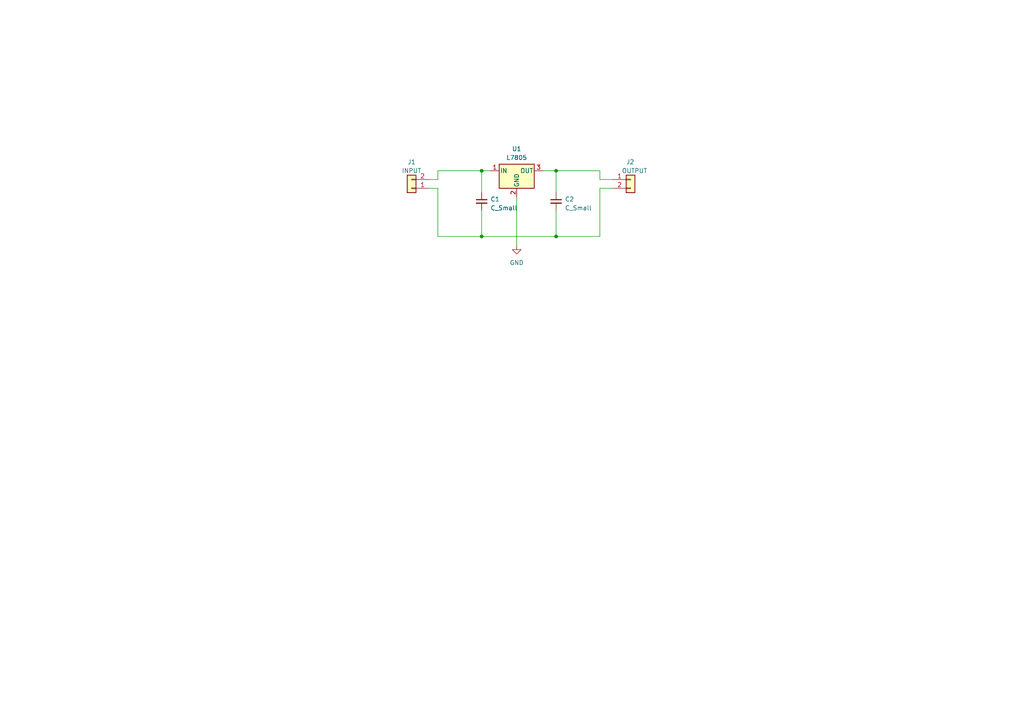
<source format=kicad_sch>
(kicad_sch (version 20230121) (generator eeschema)
  (paper "A4")
  (lib_symbols
    (symbol "Connector_Generic:Conn_01x02" (pin_names (offset 1.016) hide)
      (property "Reference" "J" (at 0 2.54 0))
      (property "Value" "Conn_01x02" (at 0 -5.08 0))
      (symbol "Conn_01x02_1_1"
        (rectangle (start -1.27 -2.413) (end 0 -2.667) (stroke (width 0.1524)))
        (rectangle (start -1.27 0.127) (end 0 -0.127) (stroke (width 0.1524)))
        (rectangle (start -1.27 1.27) (end 1.27 -3.81) (stroke (width 0.254)) (fill (type background)))
        (pin passive line (at -5.08 0 0) (length 3.81) (name "Pin_1") (number "1"))
        (pin passive line (at -5.08 -2.54 0) (length 3.81) (name "Pin_2") (number "2"))
      )
    )
    (symbol "Device:C_Small" (pin_numbers hide) (pin_names (offset 0.254) hide)
      (property "Reference" "C" (at 0.254 1.778 0))
      (property "Value" "C_Small" (at 0.254 -2.032 0))
      (symbol "C_Small_0_1"
        (polyline (pts (xy -1.524 -0.508) (xy 1.524 -0.508)) (stroke (width 0.3302)))
        (polyline (pts (xy -1.524 0.508) (xy 1.524 0.508)) (stroke (width 0.3048)))
      )
      (symbol "C_Small_1_1"
        (pin passive line (at 0 2.54 270) (length 2.032) (name "~") (number "1"))
        (pin passive line (at 0 -2.54 90) (length 2.032) (name "~") (number "2"))
      )
    )
    (symbol "Regulator_Linear:L7805" (pin_names (offset 0.254))
      (property "Reference" "U" (at -3.81 3.175 0))
      (property "Value" "L7805" (at 0 3.175 0))
      (symbol "L7805_0_1"
        (rectangle (start -5.08 1.905) (end 5.08 -5.08) (stroke (width 0.254)) (fill (type background)))
      )
      (symbol "L7805_1_1"
        (pin power_in line (at -7.62 0 0) (length 2.54) (name "IN") (number "1"))
        (pin power_in line (at 0 -7.62 90) (length 2.54) (name "GND") (number "2"))
        (pin power_out line (at 7.62 0 180) (length 2.54) (name "OUT") (number "3"))
      )
    )
    (symbol "power:GND" (power) (pin_names (offset 0))
      (property "Value" "GND" (at 0 -3.81 0))
      (symbol "GND_0_1"
        (polyline (pts (xy 0 0) (xy 0 -1.27) (xy 1.27 -1.27) (xy 0 -2.54) (xy -1.27 -1.27) (xy 0 -1.27)))
      )
      (symbol "GND_1_1"
        (pin power_in line (at 0 0 270) (length 0) hide (name "GND") (number "1"))
      )
    )
  )
  (junction (at 139.7 68.58))
  (junction (at 139.7 49.53))
  (junction (at 161.29 68.58))
  (junction (at 161.29 49.53))
  (wire (pts (xy 161.29 49.53) (xy 161.29 55.88)))
  (wire (pts (xy 127 49.53) (xy 139.7 49.53)))
  (wire (pts (xy 161.29 68.58) (xy 161.29 60.96)))
  (wire (pts (xy 173.99 52.07) (xy 177.8 52.07)))
  (wire (pts (xy 127 68.58) (xy 139.7 68.58)))
  (wire (pts (xy 139.7 68.58) (xy 161.29 68.58)))
  (wire (pts (xy 139.7 60.96) (xy 139.7 68.58)))
  (wire (pts (xy 157.48 49.53) (xy 161.29 49.53)))
  (wire (pts (xy 173.99 54.61) (xy 177.8 54.61)))
  (wire (pts (xy 149.86 57.15) (xy 149.86 71.12)))
  (wire (pts (xy 124.46 52.07) (xy 127 52.07)))
  (wire (pts (xy 161.29 68.58) (xy 173.99 68.58)))
  (wire (pts (xy 161.29 49.53) (xy 173.99 49.53)))
  (wire (pts (xy 173.99 49.53) (xy 173.99 52.07)))
  (wire (pts (xy 124.46 54.61) (xy 127 54.61)))
  (wire (pts (xy 127 68.58) (xy 127 54.61)))
  (wire (pts (xy 173.99 68.58) (xy 173.99 54.61)))
  (wire (pts (xy 139.7 55.88) (xy 139.7 49.53)))
  (wire (pts (xy 127 49.53) (xy 127 52.07)))
  (wire (pts (xy 139.7 49.53) (xy 142.24 49.53)))
  (symbol (lib_id "Connector_Generic:Conn_01x02") (at 182.88 52.07 0) (unit 1)
    (property "Reference" "J2" (at 181.61 46.99 0) (effects (justify left)))
    (property "Value" "OUTPUT" (at 180.34 49.53 0) (effects (justify left)))
  )
  (symbol (lib_id "Connector_Generic:Conn_01x02") (at 119.38 54.61 180) (unit 1)
    (property "Reference" "J1" (at 119.38 46.99 0))
    (property "Value" "INPUT" (at 119.38 49.53 0))
  )
  (symbol (lib_id "Device:C_Small") (at 161.29 58.42 0) (unit 1)
    (property "Reference" "C2" (at 163.83 57.7913 0) (effects (justify left)))
    (property "Value" "C_Small" (at 163.83 60.3313 0) (effects (justify left)))
  )
  (symbol (lib_id "power:GND") (at 149.86 71.12 0) (unit 1)
    (property "Reference" "#PWR01" (effects hide))
    (property "Value" "GND" (at 149.86 76.2 0))
  )
  (symbol (lib_id "Device:C_Small") (at 139.7 58.42 0) (unit 1)
    (property "Reference" "C1" (at 142.24 57.7913 0) (effects (justify left)))
    (property "Value" "C_Small" (at 142.24 60.3313 0) (effects (justify left)))
  )
  (symbol (lib_id "Regulator_Linear:L7805") (at 149.86 49.53 0) (unit 1)
    (property "Reference" "U1" (at 149.86 43.18 0))
    (property "Value" "L7805" (at 149.86 45.72 0))
    (property "Datasheet" "http://www.st.com/content/ccc/resource/technical/document/datasheet/41/4f/b3/b0/12/d4/47/88/CD00000444.pdf/files/CD00000444.pdf/jcr:content/translations/en.CD00000444.pdf" (effects hide))
  )
)
</source>
